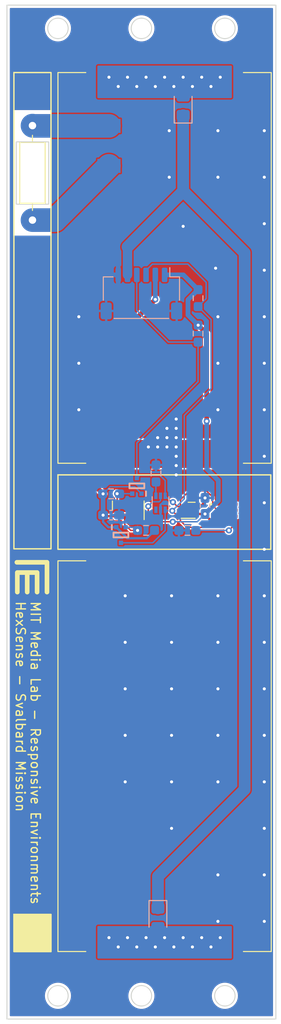
<source format=kicad_pcb>
(kicad_pcb (version 20221018) (generator pcbnew)
  (layers (0 "F.Cu" signal) (31 "B.Cu" signal) (34 "B.Paste" user) (35 "F.Paste" user) (36 "B.SilkS" user "B.Silkscreen") (37 "F.SilkS" user "F.Silkscreen") (38 "B.Mask" user) (39 "F.Mask" user) (44 "Edge.Cuts" user))
  (net 0 "")
  (net 1 "+3V3")
  (net 2 "GND")
  (net 3 "/SDA_1.8")
  (net 4 "/SCL_1.8")
  (net 5 "Net-(U2-ADD0)")
  (net 6 "+1V8")
  (net 7 "/SC")
  (net 8 "/SDA")
  (net 9 "/SCL")
  (net 14 "Net-(D1-A)")
  (net 15 "Net-(D2-A)")
  (net 16 "Net-(IC1-ADDR)")
  (net 18 "/BR+")
  (net 19 "/BR-")
  (footprint "Mylib:KXOB201K04F-TR" (layer "F.Cu") (at 154.22 131.958022 180)
    (fp_text reference "SC2" hide)
    (fp_text value "Solar_Cell")
    (fp_line (start -11.5 -11) (end -11.5 31) (stroke (width 0.12)) (layer "F.SilkS"))
    (fp_line (start -11.5 -11) (end -8.5 -11) (stroke (width 0.12)) (layer "F.SilkS"))
    (fp_line (start -11.5 31) (end -8.5 31) (stroke (width 0.12)) (layer "F.SilkS"))
    (fp_line (start 8.5 -11) (end 11.5 -11) (stroke (width 0.12)) (layer "F.SilkS"))
    (fp_line (start 11.5 -11) (end 11.5 31) (stroke (width 0.12)) (layer "F.SilkS"))
    (fp_line (start 11.5 31) (end 8.5 31) (stroke (width 0.12)) (layer "F.SilkS"))
    (pad "1" smd rect (at 0 -10 180) (size 14 3) (layers "F.Cu" "F.Paste" "F.Mask") (net 15 "Net-(D2-A)"))
    (pad "2" smd rect (at 0 30 180) (size 14 3) (layers "F.Cu" "F.Paste" "F.Mask") (net 2 "GND"))
  )
  (footprint "Package_LGA:AMS_OLGA-8_2x3.1mm_P0.8mm" (layer "F.Cu") (at 150.3025 95.523022 90)
    (fp_text reference "U1" hide)
    (fp_text value "AS7341DLG")
    (fp_line (start -1 1.71) (end 1 1.71) (stroke (width 0.12)) (layer "F.SilkS"))
    (fp_line (start 0 -1.71) (end 1 -1.71) (stroke (width 0.12)) (layer "F.SilkS"))
    (pad "1" smd roundrect (at -0.638 -1.2 90) (size 0.575 0.488) (layers "F.Cu" "F.Paste" "F.Mask") (roundrect_rratio 0) (chamfer_ratio 0.3625) (chamfer bottom_right) (net 6 "+1V8"))
    (pad "2" smd rect (at -0.638 -0.4 90) (size 0.575 0.488) (layers "F.Cu" "F.Paste" "F.Mask") (net 4 "/SCL_1.8"))
    (pad "3" smd rect (at -0.638 0.4 90) (size 0.575 0.488) (layers "F.Cu" "F.Paste" "F.Mask") (net 2 "GND"))
    (pad "4" smd rect (at -0.638 1.2 90) (size 0.575 0.488) (layers "F.Cu" "F.Paste" "F.Mask"))
    (pad "5" smd rect (at 0.638 1.2 90) (size 0.575 0.488) (layers "F.Cu" "F.Paste" "F.Mask") (net 2 "GND"))
    (pad "6" smd rect (at 0.638 0.4 90) (size 0.575 0.488) (layers "F.Cu" "F.Paste" "F.Mask"))
    (pad "7" smd rect (at 0.638 -0.4 90) (size 0.575 0.488) (layers "F.Cu" "F.Paste" "F.Mask"))
    (pad "8" smd rect (at 0.638 -1.2 90) (size 0.575 0.488) (layers "F.Cu" "F.Paste" "F.Mask") (net 3 "/SDA_1.8"))
  )
  (footprint "Mylib:KXOB201K04F-TR" (layer "F.Cu") (at 154.22 59.468022)
    (fp_text reference "SC1" hide)
    (fp_text value "Solar_Cell")
    (fp_line (start -11.5 -11) (end -11.5 31) (stroke (width 0.12)) (layer "F.SilkS"))
    (fp_line (start -11.5 -11) (end -8.5 -11) (stroke (width 0.12)) (layer "F.SilkS"))
    (fp_line (start -11.5 31) (end -8.5 31) (stroke (width 0.12)) (layer "F.SilkS"))
    (fp_line (start 8.5 -11) (end 11.5 -11) (stroke (width 0.12)) (layer "F.SilkS"))
    (fp_line (start 11.5 -11) (end 11.5 31) (stroke (width 0.12)) (layer "F.SilkS"))
    (fp_line (start 11.5 31) (end 8.5 31) (stroke (width 0.12)) (layer "F.SilkS"))
    (pad "1" smd rect (at 0 -10) (size 14 3) (layers "F.Cu" "F.Paste" "F.Mask") (net 14 "Net-(D1-A)"))
    (pad "2" smd rect (at 0 30) (size 14 3) (layers "F.Cu" "F.Paste" "F.Mask") (net 2 "GND"))
  )
  (footprint "Sensor_Humidity:Sensirion_DFN-4_1.5x1.5mm_P0.8mm_SHT4x_NoCentralPad" (layer "F.Cu") (at 156.76 95.523022)
    (fp_text reference "U3" hide)
    (fp_text value "SHT4x")
    (fp_line (start -0.75 0.86) (end 0.75 0.86) (stroke (width 0.12)) (layer "F.SilkS"))
    (fp_line (start 0 -0.86) (end 0.75 -0.86) (stroke (width 0.12)) (layer "F.SilkS"))
    (pad "1" smd rect (at -0.7 -0.4) (size 0.5 0.3) (layers "F.Cu" "F.Paste" "F.Mask") (net 8 "/SDA"))
    (pad "2" smd rect (at -0.7 0.4) (size 0.5 0.3) (layers "F.Cu" "F.Paste" "F.Mask") (net 9 "/SCL"))
    (pad "3" smd rect (at 0.7 0.4) (size 0.5 0.3) (layers "F.Cu" "F.Paste" "F.Mask") (net 1 "+3V3"))
    (pad "4" smd rect (at 0.7 -0.4) (size 0.5 0.3) (layers "F.Cu" "F.Paste" "F.Mask") (net 2 "GND"))
    (zone (net 0) (net_name "") (layer "F.Cu") (connect_pads (clearance 0)) (min_thickness 0.254)
      (keepout (tracks not_allowed) (vias not_allowed) (pads allowed) (copperpour not_allowed) (footprints allowed))
      (fill (thermal_gap 0.508) (thermal_bridge_width 0.508))
      (polygon (pts (xy 157.51 94.973022) (xy 157.21 94.973022) (xy 157.21 95.273022) (xy 157.51 95.273022) (xy 157.51 95.773022) (xy 157.21 95.773022) (xy 157.21 96.073022) (xy 157.51 96.073022) (xy 157.51 96.273022) (xy 156.01 96.273022) (xy 156.01 96.073022) (xy 156.31 96.073022) (xy 156.31 95.773022) (xy 156.01 95.773022) (xy 156.01 95.273022) (xy 156.31 95.273022) (xy 156.31 94.973022) (xy 156.01 94.973022) (xy 156.01 94.773022) (xy 157.51 94.773022)))
    )
  )
  (footprint "Resistor_THT:R_Axial_DIN0207_L6.3mm_D2.5mm_P10.16mm_Horizontal" (layer "F.Cu") (at 139.97 64.33 90)
    (fp_text reference "R6" hide)
    (fp_text value "5")
    (fp_line (start 1.04 0) (end 1.81 0) (stroke (width 0.12)) (layer "F.SilkS"))
    (fp_line (start 1.81 -1.37) (end 1.81 1.37) (stroke (width 0.12)) (layer "F.SilkS"))
    (fp_line (start 1.81 1.37) (end 8.35 1.37) (stroke (width 0.12)) (layer "F.SilkS"))
    (fp_line (start 8.35 -1.37) (end 1.81 -1.37) (stroke (width 0.12)) (layer "F.SilkS"))
    (fp_line (start 8.35 1.37) (end 8.35 -1.37) (stroke (width 0.12)) (layer "F.SilkS"))
    (fp_line (start 9.12 0) (end 8.35 0) (stroke (width 0.12)) (layer "F.SilkS"))
    (pad "1" thru_hole circle (at 0 0 90) (size 1.6 1.6) (drill 0.8) (layers "*.Cu" "*.Mask") (net 18 "/BR+"))
    (pad "2" thru_hole oval (at 10.16 0 90) (size 1.6 1.6) (drill 0.8) (layers "*.Cu" "*.Mask") (net 19 "/BR-"))
  )
  (footprint "SamacSys_Parts:VEML6030GS15" (layer "F.Cu") (at 160.945 95.523022)
    (fp_text reference "IC1" hide)
    (fp_text value "VEML6030-GS15" hide)
    (fp_line (start -1.8 -0.65) (end -1.8 -0.65) (stroke (width 0.2)) (layer "F.SilkS"))
    (fp_line (start -1.8 -0.65) (end -1.8 -0.65) (stroke (width 0.2)) (layer "F.SilkS"))
    (fp_line (start -1.7 -0.65) (end -1.7 -0.65) (stroke (width 0.2)) (layer "F.SilkS"))
    (fp_arc (start -1.8 -0.65) (mid -1.75 -0.7) (end -1.7 -0.65) (stroke (width 0.2)) (layer "F.SilkS"))
    (fp_arc (start -1.7 -0.65) (mid -1.75 -0.6) (end -1.8 -0.65) (stroke (width 0.2)) (layer "F.SilkS"))
    (fp_arc (start -1.7 -0.65) (mid -1.75 -0.6) (end -1.8 -0.65) (stroke (width 0.2)) (layer "F.SilkS"))
    (pad "1" smd rect (at -0.875 -0.65 90) (size 0.3 0.55) (layers "F.Cu" "F.Paste" "F.Mask") (net 2 "GND"))
    (pad "2" smd rect (at -0.875 0 90) (size 0.3 0.55) (layers "F.Cu" "F.Paste" "F.Mask") (net 8 "/SDA"))
    (pad "3" smd rect (at -0.875 0.65 90) (size 0.3 0.55) (layers "F.Cu" "F.Paste" "F.Mask"))
    (pad "4" smd rect (at 0.875 0.65 90) (size 0.3 0.55) (layers "F.Cu" "F.Paste" "F.Mask") (net 16 "Net-(IC1-ADDR)"))
    (pad "5" smd rect (at 0.875 0 90) (size 0.3 0.55) (layers "F.Cu" "F.Paste" "F.Mask") (net 9 "/SCL"))
    (pad "6" smd rect (at 0.875 -0.65 90) (size 0.3 0.55) (layers "F.Cu" "F.Paste" "F.Mask") (net 1 "+3V3"))
  )
  (footprint "Resistor_SMD:R_0603_1608Metric_Pad0.98x0.95mm_HandSolder" (layer "B.Cu") (at 156.68 97.688022)
    (fp_text reference "R5" hide)
    (fp_text value "4.7k")
    (fp_line (start -0.254724 -0.5225) (end 0.254724 -0.5225) (stroke (width 0.12)) (layer "B.SilkS"))
    (fp_line (start -0.254724 0.5225) (end 0.254724 0.5225) (stroke (width 0.12)) (layer "B.SilkS"))
    (pad "1" smd roundrect (at -0.9125 0) (size 0.975 0.95) (layers "B.Cu" "B.Paste" "B.Mask") (net 2 "GND"))
    (pad "2" smd roundrect (at 0.9125 0) (size 0.975 0.95) (layers "B.Cu" "B.Paste" "B.Mask") (net 16 "Net-(IC1-ADDR)"))
  )
  (footprint "Resistor_SMD:R_0603_1608Metric_Pad0.98x0.95mm_HandSolder" (layer "B.Cu") (at 148.45 93.758022 180)
    (fp_text reference "R11" hide)
    (fp_text value "4.7k")
    (fp_line (start -0.254724 -0.5225) (end 0.254724 -0.5225) (stroke (width 0.12)) (layer "B.SilkS"))
    (fp_line (start -0.254724 0.5225) (end 0.254724 0.5225) (stroke (width 0.12)) (layer "B.SilkS"))
    (pad "1" smd roundrect (at -0.9125 0 180) (size 0.975 0.95) (layers "B.Cu" "B.Paste" "B.Mask") (net 3 "/SDA_1.8"))
    (pad "2" smd roundrect (at 0.9125 0 180) (size 0.975 0.95) (layers "B.Cu" "B.Paste" "B.Mask") (net 6 "+1V8"))
  )
  (footprint "Resistor_SMD:R_0603_1608Metric_Pad0.98x0.95mm_HandSolder" (layer "B.Cu") (at 157.83 72.718022 90)
    (fp_text reference "R2" hide)
    (fp_text value "4.7k")
    (fp_line (start -0.254724 -0.5225) (end 0.254724 -0.5225) (stroke (width 0.12)) (layer "B.SilkS"))
    (fp_line (start -0.254724 0.5225) (end 0.254724 0.5225) (stroke (width 0.12)) (layer "B.SilkS"))
    (pad "1" smd roundrect (at -0.9125 0 90) (size 0.975 0.95) (layers "B.Cu" "B.Paste" "B.Mask") (net 9 "/SCL"))
    (pad "2" smd roundrect (at 0.9125 0 90) (size 0.975 0.95) (layers "B.Cu" "B.Paste" "B.Mask") (net 1 "+3V3"))
  )
  (footprint "SamacSys_Parts:SOTFL50P160X60-3N" (layer "B.Cu") (at 149.51 98.183022 -90)
    (fp_text reference "Q2" hide)
    (fp_text value "PJE8408_R1_00001" hide)
    (fp_line (start -1.075 0.98) (end -0.6 0.98) (stroke (width 0.2)) (layer "B.SilkS"))
    (fp_line (start -0.25 -0.8) (end -0.25 0.8) (stroke (width 0.2)) (layer "B.SilkS"))
    (fp_line (start -0.25 0.8) (end 0.25 0.8) (stroke (width 0.2)) (layer "B.SilkS"))
    (fp_line (start 0.25 -0.8) (end -0.25 -0.8) (stroke (width 0.2)) (layer "B.SilkS"))
    (fp_line (start 0.25 0.8) (end 0.25 -0.8) (stroke (width 0.2)) (layer "B.SilkS"))
    (pad "1" smd rect (at -0.838 0.5 180) (size 0.46 0.475) (layers "B.Cu" "B.Paste" "B.Mask") (net 6 "+1V8"))
    (pad "2" smd rect (at -0.838 -0.5 180) (size 0.46 0.475) (layers "B.Cu" "B.Paste" "B.Mask") (net 4 "/SCL_1.8"))
    (pad "3" smd rect (at 0.838 0 180) (size 0.46 0.475) (layers "B.Cu" "B.Paste" "B.Mask") (net 9 "/SCL"))
  )
  (footprint "Resistor_SMD:R_0603_1608Metric_Pad0.98x0.95mm_HandSolder" (layer "B.Cu") (at 153.29 91.568022 90)
    (fp_text reference "R4" hide)
    (fp_text value "4.7k")
    (fp_line (start -0.254724 -0.5225) (end 0.254724 -0.5225) (stroke (width 0.12)) (layer "B.SilkS"))
    (fp_line (start -0.254724 0.5225) (end 0.254724 0.5225) (stroke (width 0.12)) (layer "B.SilkS"))
    (pad "1" smd roundrect (at -0.9125 0 90) (size 0.975 0.95) (layers "B.Cu" "B.Paste" "B.Mask") (net 5 "Net-(U2-ADD0)"))
    (pad "2" smd roundrect (at 0.9125 0 90) (size 0.975 0.95) (layers "B.Cu" "B.Paste" "B.Mask") (net 2 "GND"))
  )
  (footprint "Capacitor_SMD:C_0603_1608Metric_Pad1.08x0.95mm_HandSolder" (layer "B.Cu") (at 148.45 96.048022)
    (fp_text reference "C2" hide)
    (fp_text value "0.1uF")
    (fp_line (start -0.146267 -0.51) (end 0.146267 -0.51) (stroke (width 0.12)) (layer "B.SilkS"))
    (fp_line (start -0.146267 0.51) (end 0.146267 0.51) (stroke (width 0.12)) (layer "B.SilkS"))
    (pad "1" smd roundrect (at -0.8625 0) (size 1.075 0.95) (layers "B.Cu" "B.Paste" "B.Mask") (net 6 "+1V8"))
    (pad "2" smd roundrect (at 0.8625 0) (size 1.075 0.95) (layers "B.Cu" "B.Paste" "B.Mask") (net 2 "GND"))
  )
  (footprint "Resistor_SMD:R_0603_1608Metric_Pad0.98x0.95mm_HandSolder" (layer "B.Cu") (at 157.83 76.528022 90)
    (fp_text reference "R3" hide)
    (fp_text value "4.7k")
    (fp_line (start -0.254724 -0.5225) (end 0.254724 -0.5225) (stroke (width 0.12)) (layer "B.SilkS"))
    (fp_line (start -0.254724 0.5225) (end 0.254724 0.5225) (stroke (width 0.12)) (layer "B.SilkS"))
    (pad "1" smd roundrect (at -0.9125 0 90) (size 0.975 0.95) (layers "B.Cu" "B.Paste" "B.Mask") (net 8 "/SDA"))
    (pad "2" smd roundrect (at 0.9125 0 90) (size 0.975 0.95) (layers "B.Cu" "B.Paste" "B.Mask") (net 1 "+3V3"))
  )
  (footprint "Mylib:1_pin_SMD_1mmx1mm" (layer "B.Cu") (at 148.22 52.1 180)
    (fp_text reference "J2" hide)
    (fp_text value "pin")
    (pad "1" smd rect (at 0 -2.1 180) (size 2.5 1.5) (layers "B.Cu" "B.Paste" "B.Mask") (net 19 "/BR-"))
  )
  (footprint "Diode_SMD:D_0805_2012Metric_Pad1.15x1.40mm_HandSolder" (layer "B.Cu") (at 156.22 52.035522 90)
    (fp_text reference "D1" hide)
    (fp_text value "D_Schottky")
    (fp_line (start -1.86 -0.96) (end 1 -0.96) (stroke (width 0.12)) (layer "B.SilkS"))
    (fp_line (start -1.86 0.96) (end -1.86 -0.96) (stroke (width 0.12)) (layer "B.SilkS"))
    (fp_line (start 1 0.96) (end -1.86 0.96) (stroke (width 0.12)) (layer "B.SilkS"))
    (pad "1" smd roundrect (at -1.025 0 90) (size 1.15 1.4) (layers "B.Cu" "B.Paste" "B.Mask") (roundrect_rratio 0.2173913043) (net 7 "/SC"))
    (pad "2" smd roundrect (at 1.025 0 90) (size 1.15 1.4) (layers "B.Cu" "B.Paste" "B.Mask") (roundrect_rratio 0.2173913043) (net 14 "Net-(D1-A)"))
  )
  (footprint "Package_TO_SOT_SMD:SOT-563" (layer "B.Cu") (at 153.78 94.718022 90)
    (fp_text reference "U2" hide)
    (fp_text value "TMP112xxDRL")
    (fp_line (start -0.9 0.9) (end 0.65 0.9) (stroke (width 0.12)) (layer "B.SilkS"))
    (fp_line (start 0.65 -0.9) (end -0.65 -0.9) (stroke (width 0.12)) (layer "B.SilkS"))
    (pad "1" smd rect (at -0.75 0.5 90) (size 0.7 0.34) (layers "B.Cu" "B.Paste" "B.Mask") (net 9 "/SCL"))
    (pad "2" smd rect (at -0.75 0 90) (size 0.7 0.34) (layers "B.Cu" "B.Paste" "B.Mask") (net 2 "GND"))
    (pad "3" smd rect (at -0.75 -0.5 90) (size 0.7 0.34) (layers "B.Cu" "B.Paste" "B.Mask"))
    (pad "4" smd rect (at 0.75 -0.5 90) (size 0.7 0.34) (layers "B.Cu" "B.Paste" "B.Mask") (net 5 "Net-(U2-ADD0)"))
    (pad "5" smd rect (at 0.75 0 90) (size 0.7 0.34) (layers "B.Cu" "B.Paste" "B.Mask") (net 1 "+3V3"))
    (pad "6" smd rect (at 0.75 0.5 90) (size 0.7 0.34) (layers "B.Cu" "B.Paste" "B.Mask") (net 8 "/SDA"))
  )
  (footprint "SamacSys_Parts:SOTFL50P160X60-3N" (layer "B.Cu") (at 151.23 92.900022 90)
    (fp_text reference "Q1" hide)
    (fp_text value "PJE8408_R1_00001" hide)
    (fp_line (start -1.075 0.98) (end -0.6 0.98) (stroke (width 0.2)) (layer "B.SilkS"))
    (fp_line (start -0.25 -0.8) (end -0.25 0.8) (stroke (width 0.2)) (layer "B.SilkS"))
    (fp_line (start -0.25 0.8) (end 0.25 0.8) (stroke (width 0.2)) (layer "B.SilkS"))
    (fp_line (start 0.25 -0.8) (end -0.25 -0.8) (stroke (width 0.2)) (layer "B.SilkS"))
    (fp_line (start 0.25 0.8) (end 0.25 -0.8) (stroke (width 0.2)) (layer "B.SilkS"))
    (pad "1" smd rect (at -0.838 0.5) (size 0.46 0.475) (layers "B.Cu" "B.Paste" "B.Mask") (net 6 "+1V8"))
    (pad "2" smd rect (at -0.838 -0.5) (size 0.46 0.475) (layers "B.Cu" "B.Paste" "B.Mask") (net 3 "/SDA_1.8"))
    (pad "3" smd rect (at 0.838 0) (size 0.46 0.475) (layers "B.Cu" "B.Paste" "B.Mask") (net 8 "/SDA"))
  )
  (footprint "Mylib:1_pin_SMD_1mmx1mm" (layer "B.Cu") (at 148.22 56.4 180)
    (fp_text reference "J1" hide)
    (fp_text value "pin")
    (pad "1" smd rect (at 0 -2.1 180) (size 2.5 1.5) (layers "B.Cu" "B.Paste" "B.Mask") (net 18 "/BR+"))
  )
  (footprint "Connector_JST:JST_SH_SM06B-SRSS-TB_1x06-1MP_P1.00mm_Horizontal" (layer "B.Cu") (at 151.72 72.218022 180)
    (fp_text reference "J4" hide)
    (fp_text value "SM06B-SRSS-TB(LF)(SN)")
    (fp_line (start -4.11 -0.715) (end -4.11 1.785) (stroke (width 0.12)) (layer "B.SilkS"))
    (fp_line (start -4.11 1.785) (end -3.06 1.785) (stroke (width 0.12)) (layer "B.SilkS"))
    (fp_line (start -3.06 1.785) (end -3.06 2.775) (stroke (width 0.12)) (layer "B.SilkS"))
    (fp_line (start -2.94 -2.685) (end 2.94 -2.685) (stroke (width 0.12)) (layer "B.SilkS"))
    (fp_line (start 4.11 -0.715) (end 4.11 1.785) (stroke (width 0.12)) (layer "B.SilkS"))
    (fp_line (start 4.11 1.785) (end 3.06 1.785) (stroke (width 0.12)) (layer "B.SilkS"))
    (pad "1" smd roundrect (at -2.5 2 180) (size 0.6 1.55) (layers "B.Cu" "B.Paste" "B.Mask") (net 1 "+3V3"))
    (pad "2" smd roundrect (at -1.5 2 180) (size 0.6 1.55) (layers "B.Cu" "B.Paste" "B.Mask") (net 6 "+1V8"))
    (pad "3" smd roundrect (at -0.5 2 180) (size 0.6 1.55) (layers "B.Cu" "B.Paste" "B.Mask") (net 9 "/SCL"))
    (pad "4" smd roundrect (at 0.5 2 180) (size 0.6 1.55) (layers "B.Cu" "B.Paste" "B.Mask") (net 8 "/SDA"))
    (pad "5" smd roundrect (at 1.5 2 180) (size 0.6 1.55) (layers "B.Cu" "B.Paste" "B.Mask") (net 7 "/SC"))
    (pad "6" smd roundrect (at 2.5 2 180) (size 0.6 1.55) (layers "B.Cu" "B.Paste" "B.Mask") (net 2 "GND"))
    (pad "MP" smd roundrect (at -3.8 -1.875 180) (size 1.2 1.8) (layers "B.Cu" "B.Paste" "B.Mask") (roundrect_rratio 0.2083333333) (net 2 "GND"))
    (pad "MP" smd roundrect (at 3.8 -1.875 180) (size 1.2 1.8) (layers "B.Cu" "B.Paste" "B.Mask") (roundrect_rratio 0.2083333333) (net 2 "GND"))
  )
  (footprint "Capacitor_SMD:C_0603_1608Metric_Pad1.08x0.95mm_HandSolder" (layer "B.Cu") (at 158.58 95.058022 90)
    (fp_text reference "C1" hide)
    (fp_text value "0.1uF")
    (fp_line (start -0.146267 -0.51) (end 0.146267 -0.51) (stroke (width 0.12)) (layer "B.SilkS"))
    (fp_line (start -0.146267 0.51) (end 0.146267 0.51) (stroke (width 0.12)) (layer "B.SilkS"))
    (pad "1" smd roundrect (at -0.8625 0 90) (size 1.075 0.95) (layers "B.Cu" "B.Paste" "B.Mask") (net 1 "+3V3"))
    (pad "2" smd roundrect (at 0.8625 0 90) (size 1.075 0.95) (layers "B.Cu" "B.Paste" "B.Mask") (net 2 "GND"))
  )
  (footprint "Diode_SMD:D_0805_2012Metric_Pad1.15x1.40mm_HandSolder" (layer "B.Cu") (at 153.5 139.338022 -90)
    (fp_text reference "D2" hide)
    (fp_text value "D_Schottky")
    (fp_line (start -1.86 -0.96) (end 1 -0.96) (stroke (width 0.12)) (layer "B.SilkS"))
    (fp_line (start -1.86 0.96) (end -1.86 -0.96) (stroke (width 0.12)) (layer "B.SilkS"))
    (fp_line (start 1 0.96) (end -1.86 0.96) (stroke (width 0.12)) (layer "B.SilkS"))
    (pad "1" smd roundrect (at -1.025 0 270) (size 1.15 1.4) (layers "B.Cu" "B.Paste" "B.Mask") (roundrect_rratio 0.2173913043) (net 7 "/SC"))
    (pad "2" smd roundrect (at 1.025 0 270) (size 1.15 1.4) (layers "B.Cu" "B.Paste" "B.Mask") (roundrect_rratio 0.2173913043) (net 15 "Net-(D2-A)"))
  )
  (footprint "Resistor_SMD:R_0603_1608Metric_Pad0.98x0.95mm_HandSolder" (layer "B.Cu") (at 152.22 97.688022)
    (fp_text reference "R1" hide)
    (fp_text value "4.7k")
    (fp_line (start -0.254724 -0.5225) (end 0.254724 -0.5225) (stroke (width 0.12)) (layer "B.SilkS"))
    (fp_line (start -0.254724 0.5225) (end 0.254724 0.5225) (stroke (width 0.12)) (layer "B.SilkS"))
    (pad "1" smd roundrect (at -0.9125 0) (size 0.975 0.95) (layers "B.Cu" "B.Paste" "B.Mask") (net 4 "/SCL_1.8"))
    (pad "2" smd roundrect (at 0.9125 0) (size 0.975 0.95) (layers "B.Cu" "B.Paste" "B.Mask") (net 6 "+1V8"))
  )
  (gr_line (start 139.403334 102.218022) (end 139.403334 104.318022) (stroke (width 0.5)) (layer "F.SilkS"))
  (gr_line (start 141.536668 101.118022) (end 141.536668 104.318022) (stroke (width 0.5)) (layer "F.SilkS"))
  (gr_line (start 138.336668 102.218022) (end 140.47 102.218022) (stroke (width 0.5)) (layer "F.SilkS"))
  (gr_line (start 138.336668 102.218022) (end 138.336668 104.318022) (stroke (width 0.5)) (layer "F.SilkS"))
  (gr_line (start 141.536668 101.118022) (end 138.29 101.118022) (stroke (width 0.5)) (layer "F.SilkS"))
  (gr_rect (start 137.97 48.468022) (end 141.97 99.668022) (stroke (width 0.15)) (fill none) (layer "F.SilkS"))
  (gr_rect (start 137.97 138.968022) (end 141.97 142.968022) (stroke (width 0.15)) (fill solid) (layer "F.SilkS"))
  (gr_line (start 140.47 102.218022) (end 140.47 104.318022) (stroke (width 0.5)) (layer "F.SilkS"))
  (gr_rect (start 142.72 91.718022) (end 165.67 99.718022) (stroke (width 0.15)) (fill none) (layer "F.SilkS"))
  (gr_line (start 166.22 150.218022) (end 137.22 150.218022) (stroke (width 0.1)) (layer "Edge.Cuts"))
  (gr_line (start 166.22 41.218022) (end 137.22 41.218022) (stroke (width 0.1)) (layer "Edge.Cuts"))
  (gr_circle (center 151.72 147.718022) (end 152.82 147.718022) (stroke (width 0.1)) (fill none) (layer "Edge.Cuts"))
  (gr_line (start 166.22 41.218022) (end 166.22 150.218022) (stroke (width 0.1)) (layer "Edge.Cuts"))
  (gr_circle (center 160.72 147.718022) (end 161.82 147.718022) (stroke (width 0.1)) (fill none) (layer "Edge.Cuts"))
  (gr_circle (center 142.72 147.718022) (end 143.82 147.718022) (stroke (width 0.1)) (fill none) (layer "Edge.Cuts"))
  (gr_circle (center 142.72 43.718022) (end 143.82 43.718022) (stroke (width 0.1)) (fill none) (layer "Edge.Cuts"))
  (gr_circle (center 160.72 43.718022) (end 161.82 43.718022) (stroke (width 0.1)) (fill none) (layer "Edge.Cuts"))
  (gr_line (start 137.22 41.218022) (end 137.22 150.218022) (stroke (width 0.1)) (layer "Edge.Cuts"))
  (gr_rect (start 138.22 55.918022) (end 141.72 62.618022) (stroke (width 0.1)) (fill none) (layer "Edge.Cuts"))
  (gr_circle (center 151.72 43.718022) (end 152.82 43.718022) (stroke (width 0.1)) (fill none) (layer "Edge.Cuts"))
  (gr_text "BURNING RESISTOR - HOT !!!" (at 139.22 69 270) (layer "F.Cu") (effects (font (size 1.2 1.2) (thickness 0.2) bold) (justify left bottom)))
  (gr_text "MIT Media Lab - Responsive Environments\nHexSense - Svalbard Mission" (at 138.086668 105.218022 270) (layer "F.SilkS") (effects (font (size 1 1)) (justify left bottom)))
  (segment (start 159.46 96.878022) (end 160.4 96.878022) (width 0.254) (layer "F.Cu") (net 1))
  (segment (start 152.46 95.098022) (end 152.46 96.018022) (width 0.1524) (layer "F.Cu") (net 1))
  (segment (start 160.8344 95.329622) (end 161.291 94.873022) (width 0.254) (layer "F.Cu") (net 1))
  (segment (start 160.4 96.878022) (end 160.8344 96.443622) (width 0.254) (layer "F.Cu") (net 1))
  (segment (start 161.291 94.873022) (end 161.82 94.873022) (width 0.254) (layer "F.Cu") (net 1))
  (segment (start 158.58 95.920522) (end 158.58 95.998022) (width 0.254) (layer "F.Cu") (net 1))
  (segment (start 153.2 96.758022) (end 152.46 96.018022) (width 0.1524) (layer "F.Cu") (net 1))
  (segment (start 158.5775 95.923022) (end 158.58 95.920522) (width 0.254) (layer "F.Cu") (net 1))
  (segment (start 160.8344 96.443622) (end 160.8344 95.329622) (width 0.254) (layer "F.Cu") (net 1))
  (segment (start 155.1 96.758022) (end 153.2 96.758022) (width 0.1524) (layer "F.Cu") (net 1))
  (segment (start 158.76 76.548022) (end 158.76 85.948022) (width 0.508) (layer "F.Cu") (net 1))
  (segment (start 158.58 95.998022) (end 159.46 96.878022) (width 0.254) (layer "F.Cu") (net 1))
  (segment (start 157.46 95.923022) (end 158.5775 95.923022) (width 0.254) (layer "F.Cu") (net 1))
  (segment (start 157.84 75.628022) (end 158.76 76.548022) (width 0.508) (layer "F.Cu") (net 1))
  (via (at 155.1 96.758022) (size 0.6604) (drill 0.3302) (layers "F.Cu" "B.Cu") (net 1))
  (via (at 157.84 75.628022) (size 0.6604) (drill 0.3302) (layers "F.Cu" "B.Cu") (net 1))
  (via (at 158.58 95.920522) (size 0.6604) (drill 0.3302) (layers "F.Cu" "B.Cu") (net 1))
  (via (at 152.46 95.098022) (size 0.6604) (drill 0.3302) (layers "F.Cu" "B.Cu") (net 1))
  (via (at 158.76 85.948022) (size 0.6604) (drill 0.3302) (layers "F.Cu" "B.Cu") (net 1))
  (segment (start 156.74 74.525522) (end 157.83 75.615522) (width 0.508) (layer "B.Cu") (net 1))
  (segment (start 157.83 71.805522) (end 156.74 72.895522) (width 0.508) (layer "B.Cu") (net 1))
  (segment (start 153.78 93.968022) (end 153.78 94.470422) (width 0.1524) (layer "B.Cu") (net 1))
  (segment (start 158.76 85.948022) (end 158.76 91.068022) (width 0.508) (layer "B.Cu") (net 1))
  (segment (start 153.78 94.470422) (end 153.6424 94.608022) (width 0.1524) (layer "B.Cu") (net 1))
  (segment (start 160.01 94.490522) (end 158.58 95.920522) (width 0.508) (layer "B.Cu") (net 1))
  (segment (start 155.1 96.758022) (end 157.7425 96.758022) (width 0.1524) (layer "B.Cu") (net 1))
  (segment (start 153.6424 94.608022) (end 152.94 94.608022) (width 0.1524) (layer "B.Cu") (net 1))
  (segment (start 156.2425 70.218022) (end 157.83 71.805522) (width 0.508) (layer "B.Cu") (net 1))
  (segment (start 160.01 92.318022) (end 160.01 94.490522) (width 0.508) (layer "B.Cu") (net 1))
  (segment (start 158.76 91.068022) (end 160.01 92.318022) (width 0.508) (layer "B.Cu") (net 1))
  (segment (start 157.7425 96.758022) (end 158.58 95.920522) (width 0.1524) (layer "B.Cu") (net 1))
  (segment (start 154.22 70.218022) (end 156.2425 70.218022) (width 0.508) (layer "B.Cu") (net 1))
  (segment (start 152.46 95.088022) (end 152.46 95.098022) (width 0.1524) (layer "B.Cu") (net 1))
  (segment (start 152.94 94.608022) (end 152.46 95.088022) (width 0.1524) (layer "B.Cu") (net 1))
  (segment (start 156.74 72.895522) (end 156.74 74.525522) (width 0.508) (layer "B.Cu") (net 1))
  (segment (start 158.58 94.62) (end 158.58 94.198022) (width 0.254) (layer "F.Cu") (net 2))
  (segment (start 158.076978 95.123022) (end 158.58 94.62) (width 0.254) (layer "F.Cu") (net 2))
  (segment (start 157.46 95.123022) (end 158.076978 95.123022) (width 0.254) (layer "F.Cu") (net 2))
  (via (at 159.97 124.718022) (size 0.6604) (drill 0.3302) (layers "F.Cu" "B.Cu") (net 2))
  (via (at 144.97 74.718022) (size 0.6604) (drill 0.3302) (layers "F.Cu" "B.Cu") (net 2))
  (via (at 164.97 64.718022) (size 0.6604) (drill 0.3302) (layers "F.Cu" "B.Cu") (net 2))
  (via (at 155.47 91.718022) (size 0.6604) (drill 0.3302) (layers "F.Cu" "B.Cu") (net 2))
  (via (at 164.97 89.718022) (size 0.6604) (drill 0.3302) (layers "F.Cu" "B.Cu") (net 2))
  (via (at 154.47 88.718022) (size 0.6604) (drill 0.3302) (layers "F.Cu" "B.Cu") (net 2))
  (via (at 164.97 74.718022) (size 0.6604) (drill 0.3302) (layers "F.Cu" "B.Cu") (net 2))
  (via (at 164.97 99.718022) (size 0.6604) (drill 0.3302) (layers "F.Cu" "B.Cu") (net 2))
  (via (at 159.97 109.718022) (size 0.6604) (drill 0.3302) (layers "F.Cu" "B.Cu") (net 2))
  (via (at 164.97 139.718022) (size 0.6604) (drill 0.3302) (layers "F.Cu" "B.Cu") (net 2))
  (via (at 159.97 119.718022) (size 0.6604) (drill 0.3302) (layers "F.Cu" "B.Cu") (net 2))
  (via (at 155.47 88.718022) (size 0.6604) (drill 0.3302) (layers "F.Cu" "B.Cu") (net 2))
  (via (at 155.47 85.718022) (size 0.6604) (drill 0.3302) (layers "F.Cu" "B.Cu") (net 2))
  (via (at 164.97 104.718022) (size 0.6604) (drill 0.3302) (layers "F.Cu" "B.Cu") (net 2))
  (via (at 154.47 87.718022) (size 0.6604) (drill 0.3302) (layers "F.Cu" "B.Cu") (net 2))
  (via (at 164.97 84.718022) (size 0.6604) (drill 0.3302) (layers "F.Cu" "B.Cu") (net 2))
  (via (at 155.47 87.718022) (size 0.6604) (drill 0.3302) (layers "F.Cu" "B.Cu") (net 2))
  (via (at 154.47 86.718022) (size 0.6604) (drill 0.3302) (layers "F.Cu" "B.Cu") (net 2))
  (via (at 159.97 139.718022) (size 0.6604) (drill 0.3302) (layers "F.Cu" "B.Cu") (net 2))
  (via (at 154.72 59.718022) (size 0.6604) (drill 0.3302) (layers "F.Cu" "B.Cu") (net 2))
  (via (at 164.97 79.718022) (size 0.6604) (drill 0.3302) (layers "F.Cu" "B.Cu") (net 2))
  (via (at 164.97 69.718022) (size 0.6604) (drill 0.3302) (layers "F.Cu" "B.Cu") (net 2))
  (via (at 153.47 87.718022) (size 0.6604) (drill 0.3302) (layers "F.Cu" "B.Cu") (net 2))
  (via (at 154.97 114.718022) (size 0.6604) (drill 0.3302) (layers "F.Cu" "B.Cu") (net 2))
  (via (at 159.97 54.718022) (size 0.6604) (drill 0.3302) (layers "F.Cu" "B.Cu") (net 2))
  (via (at 164.97 59.718022) (size 0.6604) (drill 0.3302) (layers "F.Cu" "B.Cu") (net 2))
  (via (at 164.97 94.718022) (size 0.6604) (drill 0.3302) (layers "F.Cu" "B.Cu") (net 2))
  (via (at 154.97 129.718022) (size 0.6604) (drill 0.3302) (layers "F.Cu" "B.Cu") (net 2))
  (via (at 144.97 79.718022) (size 0.6604) (drill 0.3302) (layers "F.Cu" "B.Cu") (net 2))
  (via (at 155.47 90.718022) (size 0.6604) (drill 0.3302) (layers "F.Cu" "B.Cu") (net 2))
  (via (at 155.47 89.718022) (size 0.6604) (drill 0.3302) (layers "F.Cu" "B.Cu") (net 2))
  (via (at 159.97 84.718022) (size 0.6604) (drill 0.3302) (layers "F.Cu" "B.Cu") (net 2))
  (via (at 149.97 119.718022) (size 0.6604) (drill 0.3302) (layers "F.Cu" "B.Cu") (net 2))
  (via (at 164.97 54.718022) (size 0.6604) (drill 0.3302) (layers "F.Cu" "B.Cu") (net 2))
  (via (at 152.47 88.718022) (size 0.6604) (drill 0.3302) (layers "F.Cu" "B.Cu") (net 2))
  (via (at 159.97 79.718022) (size 0.6604) (drill 0.3302) (layers "F.Cu" "B.Cu") (net 2))
  (via (at 164.97 124.718022) (size 0.6604) (drill 0.3302) (layers "F.Cu" "B.Cu") (net 2))
  (via (at 164.97 129.718022) (size 0.6604) (drill 0.3302) (layers "F.Cu" "B.Cu") (net 2))
  (via (at 159.97 134.718022) (size 0.6604) (drill 0.3302) (layers "F.Cu" "B.Cu") (net 2))
  (via (at 149.97 114.718022) (size 0.6604) (drill 0.3302) (layers "F.Cu" "B.Cu") (net 2))
  (via (at 164.97 114.718022) (size 0.6604) (drill 0.3302) (layers "F.Cu" "B.Cu") (net 2))
  (via (at 159.97 59.718022) (size 0.6604) (drill 0.3302) (layers "F.Cu" "B.Cu") (net 2))
  (via (at 158.58 94.198022) (size 0.6604) (drill 0.3302) (layers "F.Cu" "B.Cu") (net 2))
  (via (at 156.22 65) (size 0.6604) (drill 0.3302) (layers "F.Cu" "B.Cu") (net 2))
  (via (at 159.97 74.718022) (size 0.6604) (drill 0.3302) (layers "F.Cu" "B.Cu") (net 2))
  (via (at 154.72 54.718022) (size 0.6604) (drill 0.3302) (layers "F.Cu" "B.Cu") (net 2))
  (via (at 159.72 69.5) (size 0.6604) (drill 0.3302) (layers "F.Cu" "B.Cu") (net 2))
  (via (at 154.97 124.718022) (size 0.6604) (drill 0.3302) (layers "F.Cu" "B.Cu") (net 2))
  (via (at 149.97 109.718022) (size 0.6604) (drill 0.3302) (layers "F.Cu" "B.Cu") (net 2))
  (via (at 159.97 114.718022) (size 0.6604) (drill 0.3302) (layers "F.Cu" "B.Cu") (net 2))
  (via (at 159.97 104.718022) (size 0.6604) (drill 0.3302) (layers "F.Cu" "B.Cu") (net 2))
  (via (at 154.97 119.718022) (size 0.6604) (drill 0.3302) (layers "F.Cu" "B.Cu") (net 2))
  (via (at 154.97 109.718022) (size 0.6604) (drill 0.3302) (layers "F.Cu" "B.Cu") (net 2))
  (via (at 153.47 88.718022) (size 0.6604) (drill 0.3302) (layers "F.Cu" "B.Cu") (net 2))
  (via (at 164.97 109.718022) (size 0.6604) (drill 0.3302) (layers "F.Cu" "B.Cu") (net 2))
  (via (at 164.97 134.718022) (size 0.6604) (drill 0.3302) (layers "F.Cu" "B.Cu") (net 2))
  (via (at 164.97 119.718022) (size 0.6604) (drill 0.3302) (layers "F.Cu" "B.Cu") (net 2))
  (via (at 149.97 124.718022) (size 0.6604) (drill 0.3302) (layers "F.Cu" "B.Cu") (net 2))
  (via (at 155.47 86.718022) (size 0.6604) (drill 0.3302) (layers "F.Cu" "B.Cu") (net 2))
  (via (at 149.97 104.718022) (size 0.6604) (drill 0.3302) (layers "F.Cu" "B.Cu") (net 2))
  (via (at 154.97 104.718022) (size 0.6604) (drill 0.3302) (layers "F.Cu" "B.Cu") (net 2))
  (via (at 144.97 84.718022) (size 0.6604) (drill 0.3302) (layers "F.Cu" "B.Cu") (net 2))
  (segment (start 149.22 70.218022) (end 149.22 69.17) (width 0.508) (layer "B.Cu") (net 2))
  (segment (start 149.22 70.218022) (end 148.488022 70.218022) (width 0.508) (layer "B.Cu") (net 2))
  (segment (start 149.22 70.218022) (end 149.22 71.46) (width 0.508) (layer "B.Cu") (net 2))
  (segment (start 149.1025 94.885022) (end 149.1025 93.743022) (width 0.1524) (layer "F.Cu") (net 3))
  (segment (start 149.1025 93.743022) (end 149.1 93.740522) (width 0.1524) (layer "F.Cu") (net 3))
  (via (at 149.1 93.740522) (size 0.6604) (drill 0.3302) (layers "F.Cu" "B.Cu") (net 3))
  (segment (start 149.1025 93.738022) (end 149.1 93.740522) (width 0.1524) (layer "B.Cu") (net 3))
  (segment (start 150.73 93.738022) (end 149.1025 93.738022) (width 0.1524) (layer "B.Cu") (net 3))
  (segment (start 149.9025 96.161022) (end 149.9025 97.020522) (width 0.1524) (layer "F.Cu") (net 4))
  (segment (start 150.57 97.688022) (end 151.3075 97.688022) (width 0.1524) (layer "F.Cu") (net 4))
  (segment (start 149.9025 97.020522) (end 150.57 97.688022) (width 0.1524) (layer "F.Cu") (net 4))
  (via (at 151.3075 97.688022) (size 0.6604) (drill 0.3302) (layers "F.Cu" "B.Cu") (net 4))
  (segment (start 150.9645 97.345022) (end 151.3075 97.688022) (width 0.1524) (layer "B.Cu") (net 4))
  (segment (start 150.01 97.345022) (end 150.9645 97.345022) (width 0.1524) (layer "B.Cu") (net 4))
  (segment (start 153.28 92.500522) (end 153.2775 92.498022) (width 0.1524) (layer "B.Cu") (net 5))
  (segment (start 153.28 93.968022) (end 153.28 92.500522) (width 0.1524) (layer "B.Cu") (net 5))
  (segment (start 146.32 92.490522) (end 146.32 79.758022) (width 0.508) (layer "F.Cu") (net 6))
  (segment (start 147.7005 96.161022) (end 147.5875 96.048022) (width 0.254) (layer "F.Cu") (net 6))
  (segment (start 147.5875 93.758022) (end 146.32 92.490522) (width 0.508) (layer "F.Cu") (net 6))
  (segment (start 149.1025 96.161022) (end 147.7005 96.161022) (width 0.254) (layer "F.Cu") (net 6))
  (segment (start 146.32 79.758022) (end 153.22 72.858022) (width 0.508) (layer "F.Cu") (net 6))
  (via (at 147.5875 96.048022) (size 0.6604) (drill 0.3302) (layers "F.Cu" "B.Cu") (net 6))
  (via (at 147.5875 93.758022) (size 0.6604) (drill 0.3302) (layers "F.Cu" "B.Cu") (net 6))
  (via (at 153.22 72.858022) (size 0.6604) (drill 0.3302) (layers "F.Cu" "B.Cu") (net 6))
  (segment (start 147.5875 93.758022) (end 148.3475 92.998022) (width 0.1524) (layer "B.Cu") (net 6))
  (segment (start 153.22 70.218022) (end 153.22 72.858022) (width 0.508) (layer "B.Cu") (net 6))
  (segment (start 147.5875 96.048022) (end 147.5875 96.775522) (width 0.254) (layer "B.Cu") (net 6))
  (segment (start 149.01 97.345022) (end 150.193 98.528022) (width 0.254) (layer "B.Cu") (net 6))
  (segment (start 148.3475 92.998022) (end 150.99 92.998022) (width 0.1524) (layer "B.Cu") (net 6))
  (segment (start 150.193 98.528022) (end 152.2925 98.528022) (width 0.254) (layer "B.Cu") (net 6))
  (segment (start 152.2925 98.528022) (end 153.1325 97.688022) (width 0.254) (layer "B.Cu") (net 6))
  (segment (start 147.5875 96.775522) (end 148.157 97.345022) (width 0.254) (layer "B.Cu") (net 6))
  (segment (start 147.5875 96.048022) (end 147.5875 93.808022) (width 0.508) (layer "B.Cu") (net 6))
  (segment (start 147.5875 93.808022) (end 147.5375 93.758022) (width 0.508) (layer "B.Cu") (net 6))
  (segment (start 150.99 92.998022) (end 151.73 93.738022) (width 0.1524) (layer "B.Cu") (net 6))
  (segment (start 148.157 97.345022) (end 149.01 97.345022) (width 0.254) (layer "B.Cu") (net 6))
  (segment (start 156.22 61.218022) (end 162.85 67.848022) (width 1.27) (layer "B.Cu") (net 7))
  (segment (start 153.5 134.89) (end 153.5 138.313022) (width 1.27) (layer "B.Cu") (net 7))
  (segment (start 156.22 53.060522) (end 156.22 61.218022) (width 1.27) (layer "B.Cu") (net 7))
  (segment (start 156.22 61.218022) (end 154.72 62.718022) (width 1.27) (layer "B.Cu") (net 7))
  (segment (start 150.22 70.218022) (end 150.22 67.218022) (width 1.016) (layer "B.Cu") (net 7))
  (segment (start 154.069011 63.369011) (end 154.72 62.718022) (width 1.27) (layer "B.Cu") (net 7))
  (segment (start 150.22 67.218022) (end 154.069011 63.369011) (width 1.27) (layer "B.Cu") (net 7))
  (segment (start 162.85 125.54) (end 153.5 134.89) (width 1.27) (layer "B.Cu") (net 7))
  (segment (start 162.85 67.848022) (end 162.85 125.54) (width 1.27) (layer "B.Cu") (net 7))
  (segment (start 156.88 93.438022) (end 158.74 93.438022) (width 0.1524) (layer "F.Cu") (net 8))
  (segment (start 156.06 95.123022) (end 155.595 95.123022) (width 0.1524) (layer "F.Cu") (net 8))
  (segment (start 155.9338 94.384222) (end 156.88 93.438022) (width 0.1524) (layer "F.Cu") (net 8))
  (segment (start 155.9338 95.004586) (end 155.9338 94.384222) (width 0.1524) (layer "F.Cu") (net 8))
  (segment (start 159.915 95.523022) (end 160.07 95.523022) (width 0.1524) (layer "F.Cu") (net 8))
  (segment (start 156.06 95.123022) (end 156.052236 95.123022) (width 0.1524) (layer "F.Cu") (net 8))
  (segment (start 158.74 93.438022) (end 159.41 94.108022) (width 0.1524) (layer "F.Cu") (net 8))
  (segment (start 159.41 95.018022) (end 159.915 95.523022) (width 0.1524) (layer "F.Cu") (net 8))
  (segment (start 159.41 94.108022) (end 159.41 95.018022) (width 0.1524) (layer "F.Cu") (net 8))
  (segment (start 156.052236 95.123022) (end 155.9338 95.004586) (width 0.1524) (layer "F.Cu") (net 8))
  (segment (start 155.595 95.123022) (end 155.12 94.648022) (width 0.1524) (layer "F.Cu") (net 8))
  (via (at 155.12 94.648022) (size 0.6604) (drill 0.3302) (layers "F.Cu" "B.Cu") (net 8))
  (segment (start 154.630522 77.440522) (end 157.83 77.440522) (width 0.1524) (layer "B.Cu") (net 8))
  (segment (start 157.83 81.688022) (end 151.23 88.288022) (width 0.1524) (layer "B.Cu") (net 8))
  (segment (start 157.83 77.440522) (end 157.83 81.688022) (width 0.1524) (layer "B.Cu") (net 8))
  (segment (start 151.22 70.218022) (end 151.22 74.03) (width 0.1524) (layer "B.Cu") (net 8))
  (segment (start 155.12 94.648022) (end 154.96 94.648022) (width 0.1524) (layer "B.Cu") (net 8))
  (segment (start 151.22 74.03) (end 154.630522 77.440522) (width 0.1524) (layer "B.Cu") (net 8))
  (segment (start 154.96 94.648022) (end 154.28 93.968022) (width 0.1524) (layer "B.Cu") (net 8))
  (segment (start 153.720565 91.764422) (end 154.28 92.323857) (width 0.1524) (layer "B.Cu") (net 8))
  (segment (start 151.23 88.288022) (end 151.23 92.062022) (width 0.1524) (layer "B.Cu") (net 8))
  (segment (start 151.23 92.062022) (end 151.5276 91.764422) (width 0.1524) (layer "B.Cu") (net 8))
  (segment (start 154.28 92.323857) (end 154.28 93.968022) (width 0.1524) (layer "B.Cu") (net 8))
  (segment (start 151.5276 91.764422) (end 153.720565 91.764422) (width 0.1524) (layer "B.Cu") (net 8))
  (segment (start 161.695 95.523022) (end 161.19 96.028022) (width 0.1524) (layer "F.Cu") (net 9))
  (segment (start 160.46 97.358022) (end 156.64 97.358022) (width 0.1524) (layer "F.Cu") (net 9))
  (segment (start 156.64 97.358022) (end 155.92 96.638022) (width 0.1524) (layer "F.Cu") (net 9))
  (segment (start 155.395 95.923022) (end 155.05 95.578022) (width 0.1524) (layer "F.Cu") (net 9))
  (segment (start 155.92 96.638022) (end 155.92 96.055258) (width 0.1524) (layer "F.Cu") (net 9))
  (segment (start 161.82 95.523022) (end 161.695 95.523022) (width 0.1524) (layer "F.Cu") (net 9))
  (segment (start 156.06 95.923022) (end 155.395 95.923022) (width 0.1524) (layer "F.Cu") (net 9))
  (segment (start 161.19 96.028022) (end 161.19 96.628022) (width 0.1524) (layer "F.Cu") (net 9))
  (segment (start 155.92 96.055258) (end 156.052236 95.923022) (width 0.1524) (layer "F.Cu") (net 9))
  (segment (start 161.19 96.628022) (end 160.46 97.358022) (width 0.1524) (layer "F.Cu") (net 9))
  (segment (start 156.052236 95.923022) (end 156.06 95.923022) (width 0.1524) (layer "F.Cu") (net 9))
  (via (at 155.05 95.578022) (size 0.6604) (drill 0.3302) (layers "F.Cu" "B.Cu") (net 9))
  (segment (start 154.39 95.578022) (end 154.28 95.468022) (width 0.1524) (layer "B.Cu") (net 9))
  (segment (start 157.83 73.630522) (end 157.840522 73.630522) (width 0.1524) (layer "B.Cu") (net 9))
  (segment (start 158.7 71.03) (end 158.7 72.760522) (width 0.1524) (layer "B.Cu") (net 9))
  (segment (start 156.73 69.06) (end 158.7 71.03) (width 0.1524) (layer "B.Cu") (net 9))
  (segment (start 152.22 69.74) (end 152.9 69.06) (width 0.1524) (layer "B.Cu") (net 9))
  (segment (start 159.23 82.438022) (end 156.34 85.328022) (width 0.1524) (layer "B.Cu") (net 9))
  (segment (start 158.7 72.760522) (end 157.83 73.630522) (width 0.1524) (layer "B.Cu") (net 9))
  (segment (start 156.34 85.328022) (end 156.34 94.288022) (width 0.1524) (layer "B.Cu") (net 9))
  (segment (start 155.05 95.578022) (end 154.39 95.578022) (width 0.1524) (layer "B.Cu") (net 9))
  (segment (start 159.23 75.02) (end 159.23 82.438022) (width 0.1524) (layer "B.Cu") (net 9))
  (segment (start 152.22 70.218022) (end 152.22 69.74) (width 0.1524) (layer "B.Cu") (net 9))
  (segment (start 152.946165 99.021022) (end 149.51 99.021022) (width 0.1524) (layer "B.Cu") (net 9))
  (segment (start 152.9 69.06) (end 156.73 69.06) (width 0.1524) (layer "B.Cu") (net 9))
  (segment (start 154.28 95.468022) (end 154.28 97.687187) (width 0.1524) (layer "B.Cu") (net 9))
  (segment (start 154.28 97.687187) (end 152.946165 99.021022) (width 0.1524) (layer "B.Cu") (net 9))
  (segment (start 156.34 94.288022) (end 155.05 95.578022) (width 0.1524) (layer "B.Cu") (net 9))
  (segment (start 157.840522 73.630522) (end 159.23 75.02) (width 0.1524) (layer "B.Cu") (net 9))
  (via (at 155.22 49.968022) (size 0.6604) (drill 0.3302) (layers "F.Cu" "B.Cu") (net 14))
  (via (at 159.22 49.968022) (size 0.6604) (drill 0.3302) (layers "F.Cu" "B.Cu") (net 14))
  (via (at 151.22 49.968022) (size 0.6604) (drill 0.3302) (layers "F.Cu" "B.Cu") (net 14))
  (via (at 160.22 48.968022) (size 0.6604) (drill 0.3302) (layers "F.Cu" "B.Cu") (net 14))
  (via (at 150.22 48.968022) (size 0.6604) (drill 0.3302) (layers "F.Cu" "B.Cu") (net 14))
  (via (at 154.22 48.968022) (size 0.6604) (drill 0.3302) (layers "F.Cu" "B.Cu") (net 14))
  (via (at 158.22 48.968022) (size 0.6604) (drill 0.3302) (layers "F.Cu" "B.Cu") (net 14))
  (via (at 152.22 48.968022) (size 0.6604) (drill 0.3302) (layers "F.Cu" "B.Cu") (net 14))
  (via (at 153.22 49.968022) (size 0.6604) (drill 0.3302) (layers "F.Cu" "B.Cu") (net 14))
  (via (at 156.22 48.968022) (size 0.6604) (drill 0.3302) (layers "F.Cu" "B.Cu") (net 14))
  (via (at 149.22 49.968022) (size 0.6604) (drill 0.3302) (layers "F.Cu" "B.Cu") (net 14))
  (via (at 157.22 49.968022) (size 0.6604) (drill 0.3302) (layers "F.Cu" "B.Cu") (net 14))
  (via (at 148.22 48.968022) (size 0.6604) (drill 0.3302) (layers "F.Cu" "B.Cu") (net 14))
  (via (at 159.22 142.468022) (size 0.6604) (drill 0.3302) (layers "F.Cu" "B.Cu") (net 15))
  (via (at 157.22 142.468022) (size 0.6604) (drill 0.3302) (layers "F.Cu" "B.Cu") (net 15))
  (via (at 158.22 141.468022) (size 0.6604) (drill 0.3302) (layers "F.Cu" "B.Cu") (net 15))
  (via (at 153.22 142.468022) (size 0.6604) (drill 0.3302) (layers "F.Cu" "B.Cu") (net 15))
  (via (at 151.22 142.468022) (size 0.6604) (drill 0.3302) (layers "F.Cu" "B.Cu") (net 15))
  (via (at 155.22 142.468022) (size 0.6604) (drill 0.3302) (layers "F.Cu" "B.Cu") (net 15))
  (via (at 148.22 141.468022) (size 0.6604) (drill 0.3302) (layers "F.Cu" "B.Cu") (net 15))
  (via (at 152.22 141.468022) (size 0.6604) (drill 0.3302) (layers "F.Cu" "B.Cu") (net 15))
  (via (at 154.22 141.468022) (size 0.6604) (drill 0.3302) (layers "F.Cu" "B.Cu") (net 15))
  (via (at 149.22 142.468022) (size 0.6604) (drill 0.3302) (layers "F.Cu" "B.Cu") (net 15))
  (via (at 150.22 141.468022) (size 0.6604) (drill 0.3302) (layers "F.Cu" "B.Cu") (net 15))
  (via (at 156.22 141.468022) (size 0.6604) (drill 0.3302) (layers "F.Cu" "B.Cu") (net 15))
  (via (at 160.22 141.468022) (size 0.6604) (drill 0.3302) (layers "F.Cu" "B.Cu") (net 15))
  (segment (start 161.82 97.018022) (end 161.15 97.688022) (width 0.1524) (layer "F.Cu") (net 16))
  (segment (start 161.82 96.173022) (end 161.82 97.018022) (width 0.1524) (layer "F.Cu") (net 16))
  (via (at 161.15 97.688022) (size 0.6604) (drill 0.3302) (layers "F.Cu" "B.Cu") (net 16))
  (segment (start 161.15 97.688022) (end 157.5925 97.688022) (width 0.1524) (layer "B.Cu") (net 16))
  (segment (start 142.39 64.33) (end 148.22 58.5) (width 2.54) (layer "B.Cu") (net 18))
  (segment (start 139.97 64.33) (end 142.39 64.33) (width 2.54) (layer "B.Cu") (net 18))
  (segment (start 140 54.2) (end 139.97 54.17) (width 2.54) (layer "B.Cu") (net 19))
  (segment (start 148.22 54.2) (end 140 54.2) (width 2.54) (layer "B.Cu") (net 19))
  (zone (net 0) (net_name "") (layer "F.Cu") (connect_pads (clearance 0)) (min_thickness 0.25)
    (keepout (tracks allowed) (vias allowed) (pads allowed) (copperpour not_allowed) (footprints allowed))
    (fill (thermal_gap 0.5) (thermal_bridge_width 0.5))
    (polygon (pts (xy 155.97 94.5) (xy 156.97 93.5) (xy 158.72 93.5) (xy 159.47 94.25) (xy 159.47 95.25) (xy 159.97 95.75) (xy 159.97 96.75) (xy 159.47 96.75) (xy 158.47 95.75) (xy 155.97 95.75)))
  )
  (zone (net 2) (net_name "GND") (layer "F.Cu") (connect_pads (clearance 0.1524)) (min_thickness 0.1651) (fill yes (thermal_gap 0.1778) (thermal_bridge_width 0.254))
    (polygon (pts (xy 136.47 40.718022) (xy 166.47 40.718022) (xy 166.47 150.718022) (xy 136.47 150.718022)))
  )
  (zone (net 0) (net_name "") (layers "F&B.Cu") (connect_pads yes (clearance 0)) (min_thickness 0.1778)
    (keepout (tracks allowed) (vias allowed) (pads allowed) (copperpour not_allowed) (footprints allowed))
    (fill (thermal_gap 0.1778) (thermal_bridge_width 0.254))
    (polygon (pts (xy 137.97 52.5) (xy 141.97 52.5) (xy 141.97 66) (xy 137.97 66)))
  )
  (zone (net 14) (net_name "Net-(D1-A)") (layer "B.Cu") (priority 1) (connect_pads yes (clearance 0.1524)) (min_thickness 0.1778) (fill yes (thermal_gap 0.1778) (thermal_bridge_width 0.5) (island_removal_mode 1) (island_area_min 9.999999))
    (polygon (pts (xy 146.97 47.718022) (xy 161.47 47.718022) (xy 161.47 51.218022) (xy 146.97 51.218022)))
  )
  (zone (net 2) (net_name "GND") (layer "B.Cu") (connect_pads (clearance 0.1524)) (min_thickness 0.1778) (fill yes (thermal_gap 0.1778) (thermal_bridge_width 0.254))
    (polygon (pts (xy 136.97 40.968022) (xy 166.47 40.968022) (xy 166.47 150.468022) (xy 136.97 150.468022)))
  )
  (zone (net 15) (net_name "Net-(D2-A)") (layer "B.Cu") (priority 1) (connect_pads yes (clearance 0.1524)) (min_thickness 0.1778) (fill yes (thermal_gap 0.5) (thermal_bridge_width 0.5) (island_removal_mode 1) (island_area_min 9.999999))
    (polygon (pts (xy 146.97 140.218022) (xy 161.47 140.218022) (xy 161.47 143.718022) (xy 146.97 143.718022)))
  )
)
</source>
